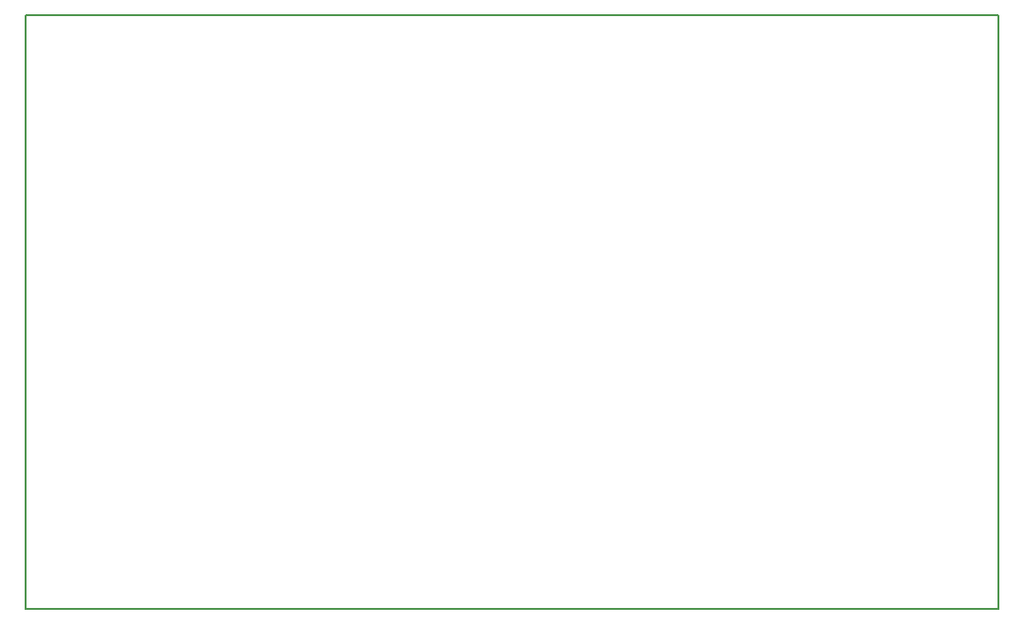
<source format=gbr>
%TF.GenerationSoftware,KiCad,Pcbnew,(5.1.4)-1*%
%TF.CreationDate,2022-10-13T23:08:16+01:00*%
%TF.ProjectId,LED_Quad,4c45445f-5175-4616-942e-6b696361645f,rev?*%
%TF.SameCoordinates,Original*%
%TF.FileFunction,Profile,NP*%
%FSLAX46Y46*%
G04 Gerber Fmt 4.6, Leading zero omitted, Abs format (unit mm)*
G04 Created by KiCad (PCBNEW (5.1.4)-1) date 2022-10-13 23:08:16*
%MOMM*%
%LPD*%
G04 APERTURE LIST*
%ADD10C,0.150000*%
G04 APERTURE END LIST*
D10*
X62819280Y-75758040D02*
X62819280Y-22646640D01*
X149733000Y-75752960D02*
X62819280Y-75758040D01*
X149748240Y-22646640D02*
X149748240Y-75758040D01*
X62819280Y-22646640D02*
X149738080Y-22646640D01*
M02*

</source>
